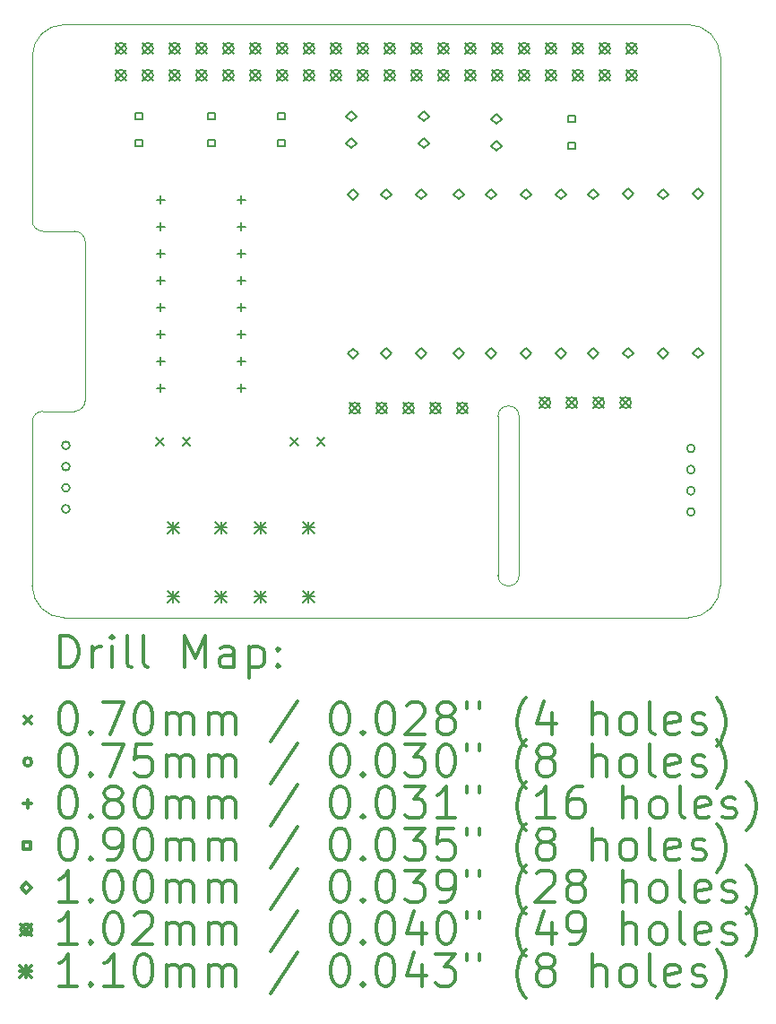
<source format=gbr>
%FSLAX45Y45*%
G04 Gerber Fmt 4.5, Leading zero omitted, Abs format (unit mm)*
G04 Created by KiCad (PCBNEW 4.0.6) date Friday 09 June 2017 11:09:43*
%MOMM*%
%LPD*%
G01*
G04 APERTURE LIST*
%ADD10C,0.127000*%
%ADD11C,0.100000*%
%ADD12C,0.200000*%
%ADD13C,0.300000*%
G04 APERTURE END LIST*
D10*
D11*
X9292590Y-3091180D02*
X9292590Y-8092440D01*
X2794000Y-3096260D02*
X2794000Y-4645660D01*
X9294000Y-3093200D02*
G75*
G03X8994000Y-2793200I-300000J0D01*
G01*
X3094000Y-2793200D02*
X8994000Y-2793200D01*
X3094000Y-2793200D02*
G75*
G03X2794000Y-3093200I0J-300000D01*
G01*
X7394000Y-7993200D02*
G75*
G02X7194000Y-7993200I-100000J0D01*
G01*
X7394000Y-6493200D02*
G75*
G03X7194000Y-6493200I-100000J0D01*
G01*
X7394000Y-6493200D02*
X7394000Y-7993200D01*
X7194000Y-6493200D02*
X7194000Y-7993200D01*
X2894000Y-6443200D02*
G75*
G03X2794000Y-6543200I0J-100000D01*
G01*
X3194000Y-6443200D02*
G75*
G03X3294000Y-6343200I0J100000D01*
G01*
X3294000Y-4843200D02*
G75*
G03X3194000Y-4743200I-100000J0D01*
G01*
X2794000Y-4643200D02*
G75*
G03X2894000Y-4743200I100000J0D01*
G01*
X8994000Y-8393200D02*
G75*
G03X9294000Y-8093200I0J300000D01*
G01*
X2794000Y-8093200D02*
G75*
G03X3094000Y-8393200I300000J0D01*
G01*
X2794000Y-6543200D02*
X2794000Y-8093200D01*
X2894000Y-6443200D02*
X3194000Y-6443200D01*
X2894000Y-4743200D02*
X3194000Y-4743200D01*
X3294000Y-4843200D02*
X3294000Y-6343200D01*
X3094000Y-8393200D02*
X8994000Y-8393200D01*
D12*
X3965500Y-6696000D02*
X4035500Y-6766000D01*
X4035500Y-6696000D02*
X3965500Y-6766000D01*
X4215500Y-6696000D02*
X4285500Y-6766000D01*
X4285500Y-6696000D02*
X4215500Y-6766000D01*
X5235500Y-6696000D02*
X5305500Y-6766000D01*
X5305500Y-6696000D02*
X5235500Y-6766000D01*
X5485500Y-6696000D02*
X5555500Y-6766000D01*
X5555500Y-6696000D02*
X5485500Y-6766000D01*
X3149000Y-6766000D02*
G75*
G03X3149000Y-6766000I-37500J0D01*
G01*
X3149000Y-6966000D02*
G75*
G03X3149000Y-6966000I-37500J0D01*
G01*
X3149000Y-7166000D02*
G75*
G03X3149000Y-7166000I-37500J0D01*
G01*
X3149000Y-7366000D02*
G75*
G03X3149000Y-7366000I-37500J0D01*
G01*
X9054500Y-6794500D02*
G75*
G03X9054500Y-6794500I-37500J0D01*
G01*
X9054500Y-6994500D02*
G75*
G03X9054500Y-6994500I-37500J0D01*
G01*
X9054500Y-7194500D02*
G75*
G03X9054500Y-7194500I-37500J0D01*
G01*
X9054500Y-7394500D02*
G75*
G03X9054500Y-7394500I-37500J0D01*
G01*
X4006850Y-4405000D02*
X4006850Y-4485000D01*
X3966850Y-4445000D02*
X4046850Y-4445000D01*
X4006850Y-4659000D02*
X4006850Y-4739000D01*
X3966850Y-4699000D02*
X4046850Y-4699000D01*
X4006850Y-4913000D02*
X4006850Y-4993000D01*
X3966850Y-4953000D02*
X4046850Y-4953000D01*
X4006850Y-5167000D02*
X4006850Y-5247000D01*
X3966850Y-5207000D02*
X4046850Y-5207000D01*
X4006850Y-5421000D02*
X4006850Y-5501000D01*
X3966850Y-5461000D02*
X4046850Y-5461000D01*
X4006850Y-5675000D02*
X4006850Y-5755000D01*
X3966850Y-5715000D02*
X4046850Y-5715000D01*
X4006850Y-5929000D02*
X4006850Y-6009000D01*
X3966850Y-5969000D02*
X4046850Y-5969000D01*
X4006850Y-6183000D02*
X4006850Y-6263000D01*
X3966850Y-6223000D02*
X4046850Y-6223000D01*
X4768850Y-4405000D02*
X4768850Y-4485000D01*
X4728850Y-4445000D02*
X4808850Y-4445000D01*
X4768850Y-4659000D02*
X4768850Y-4739000D01*
X4728850Y-4699000D02*
X4808850Y-4699000D01*
X4768850Y-4913000D02*
X4768850Y-4993000D01*
X4728850Y-4953000D02*
X4808850Y-4953000D01*
X4768850Y-5167000D02*
X4768850Y-5247000D01*
X4728850Y-5207000D02*
X4808850Y-5207000D01*
X4768850Y-5421000D02*
X4768850Y-5501000D01*
X4728850Y-5461000D02*
X4808850Y-5461000D01*
X4768850Y-5675000D02*
X4768850Y-5755000D01*
X4728850Y-5715000D02*
X4808850Y-5715000D01*
X4768850Y-5929000D02*
X4768850Y-6009000D01*
X4728850Y-5969000D02*
X4808850Y-5969000D01*
X4768850Y-6183000D02*
X4768850Y-6263000D01*
X4728850Y-6223000D02*
X4808850Y-6223000D01*
X3835470Y-3689420D02*
X3835470Y-3625780D01*
X3771830Y-3625780D01*
X3771830Y-3689420D01*
X3835470Y-3689420D01*
X3835470Y-3943420D02*
X3835470Y-3879780D01*
X3771830Y-3879780D01*
X3771830Y-3943420D01*
X3835470Y-3943420D01*
X4521270Y-3689420D02*
X4521270Y-3625780D01*
X4457630Y-3625780D01*
X4457630Y-3689420D01*
X4521270Y-3689420D01*
X4521270Y-3943420D02*
X4521270Y-3879780D01*
X4457630Y-3879780D01*
X4457630Y-3943420D01*
X4521270Y-3943420D01*
X5181670Y-3689420D02*
X5181670Y-3625780D01*
X5118030Y-3625780D01*
X5118030Y-3689420D01*
X5181670Y-3689420D01*
X5181670Y-3943420D02*
X5181670Y-3879780D01*
X5118030Y-3879780D01*
X5118030Y-3943420D01*
X5181670Y-3943420D01*
X7924870Y-3714820D02*
X7924870Y-3651180D01*
X7861230Y-3651180D01*
X7861230Y-3714820D01*
X7924870Y-3714820D01*
X7924870Y-3968820D02*
X7924870Y-3905180D01*
X7861230Y-3905180D01*
X7861230Y-3968820D01*
X7924870Y-3968820D01*
X5810250Y-3707638D02*
X5860288Y-3657600D01*
X5810250Y-3607562D01*
X5760212Y-3657600D01*
X5810250Y-3707638D01*
X5810250Y-3961638D02*
X5860288Y-3911600D01*
X5810250Y-3861562D01*
X5760212Y-3911600D01*
X5810250Y-3961638D01*
X5822950Y-4450588D02*
X5872988Y-4400550D01*
X5822950Y-4350512D01*
X5772912Y-4400550D01*
X5822950Y-4450588D01*
X5822950Y-5950588D02*
X5872988Y-5900550D01*
X5822950Y-5850512D01*
X5772912Y-5900550D01*
X5822950Y-5950588D01*
X6140450Y-4444238D02*
X6190488Y-4394200D01*
X6140450Y-4344162D01*
X6090412Y-4394200D01*
X6140450Y-4444238D01*
X6140450Y-5944238D02*
X6190488Y-5894200D01*
X6140450Y-5844162D01*
X6090412Y-5894200D01*
X6140450Y-5944238D01*
X6470650Y-4444238D02*
X6520688Y-4394200D01*
X6470650Y-4344162D01*
X6420612Y-4394200D01*
X6470650Y-4444238D01*
X6470650Y-5944238D02*
X6520688Y-5894200D01*
X6470650Y-5844162D01*
X6420612Y-5894200D01*
X6470650Y-5944238D01*
X6496050Y-3707638D02*
X6546088Y-3657600D01*
X6496050Y-3607562D01*
X6446012Y-3657600D01*
X6496050Y-3707638D01*
X6496050Y-3961638D02*
X6546088Y-3911600D01*
X6496050Y-3861562D01*
X6446012Y-3911600D01*
X6496050Y-3961638D01*
X6826250Y-4444238D02*
X6876288Y-4394200D01*
X6826250Y-4344162D01*
X6776212Y-4394200D01*
X6826250Y-4444238D01*
X6826250Y-5944238D02*
X6876288Y-5894200D01*
X6826250Y-5844162D01*
X6776212Y-5894200D01*
X6826250Y-5944238D01*
X7131050Y-4444238D02*
X7181088Y-4394200D01*
X7131050Y-4344162D01*
X7081012Y-4394200D01*
X7131050Y-4444238D01*
X7131050Y-5944238D02*
X7181088Y-5894200D01*
X7131050Y-5844162D01*
X7081012Y-5894200D01*
X7131050Y-5944238D01*
X7181850Y-3733038D02*
X7231888Y-3683000D01*
X7181850Y-3632962D01*
X7131812Y-3683000D01*
X7181850Y-3733038D01*
X7181850Y-3987038D02*
X7231888Y-3937000D01*
X7181850Y-3886962D01*
X7131812Y-3937000D01*
X7181850Y-3987038D01*
X7461250Y-4444238D02*
X7511288Y-4394200D01*
X7461250Y-4344162D01*
X7411212Y-4394200D01*
X7461250Y-4444238D01*
X7461250Y-5944238D02*
X7511288Y-5894200D01*
X7461250Y-5844162D01*
X7411212Y-5894200D01*
X7461250Y-5944238D01*
X7791450Y-4444238D02*
X7841488Y-4394200D01*
X7791450Y-4344162D01*
X7741412Y-4394200D01*
X7791450Y-4444238D01*
X7791450Y-5944238D02*
X7841488Y-5894200D01*
X7791450Y-5844162D01*
X7741412Y-5894200D01*
X7791450Y-5944238D01*
X8096250Y-4444238D02*
X8146288Y-4394200D01*
X8096250Y-4344162D01*
X8046212Y-4394200D01*
X8096250Y-4444238D01*
X8096250Y-5944238D02*
X8146288Y-5894200D01*
X8096250Y-5844162D01*
X8046212Y-5894200D01*
X8096250Y-5944238D01*
X8426450Y-4442838D02*
X8476488Y-4392800D01*
X8426450Y-4342762D01*
X8376412Y-4392800D01*
X8426450Y-4442838D01*
X8426450Y-5942838D02*
X8476488Y-5892800D01*
X8426450Y-5842762D01*
X8376412Y-5892800D01*
X8426450Y-5942838D01*
X8756650Y-4444238D02*
X8806688Y-4394200D01*
X8756650Y-4344162D01*
X8706612Y-4394200D01*
X8756650Y-4444238D01*
X8756650Y-5944238D02*
X8806688Y-5894200D01*
X8756650Y-5844162D01*
X8706612Y-5894200D01*
X8756650Y-5944238D01*
X9086850Y-4442838D02*
X9136888Y-4392800D01*
X9086850Y-4342762D01*
X9036812Y-4392800D01*
X9086850Y-4442838D01*
X9086850Y-5942838D02*
X9136888Y-5892800D01*
X9086850Y-5842762D01*
X9036812Y-5892800D01*
X9086850Y-5942838D01*
X3580200Y-2965400D02*
X3681800Y-3067000D01*
X3681800Y-2965400D02*
X3580200Y-3067000D01*
X3681800Y-3016200D02*
G75*
G03X3681800Y-3016200I-50800J0D01*
G01*
X3580200Y-3219400D02*
X3681800Y-3321000D01*
X3681800Y-3219400D02*
X3580200Y-3321000D01*
X3681800Y-3270200D02*
G75*
G03X3681800Y-3270200I-50800J0D01*
G01*
X3834200Y-2965400D02*
X3935800Y-3067000D01*
X3935800Y-2965400D02*
X3834200Y-3067000D01*
X3935800Y-3016200D02*
G75*
G03X3935800Y-3016200I-50800J0D01*
G01*
X3834200Y-3219400D02*
X3935800Y-3321000D01*
X3935800Y-3219400D02*
X3834200Y-3321000D01*
X3935800Y-3270200D02*
G75*
G03X3935800Y-3270200I-50800J0D01*
G01*
X4088200Y-2965400D02*
X4189800Y-3067000D01*
X4189800Y-2965400D02*
X4088200Y-3067000D01*
X4189800Y-3016200D02*
G75*
G03X4189800Y-3016200I-50800J0D01*
G01*
X4088200Y-3219400D02*
X4189800Y-3321000D01*
X4189800Y-3219400D02*
X4088200Y-3321000D01*
X4189800Y-3270200D02*
G75*
G03X4189800Y-3270200I-50800J0D01*
G01*
X4342200Y-2965400D02*
X4443800Y-3067000D01*
X4443800Y-2965400D02*
X4342200Y-3067000D01*
X4443800Y-3016200D02*
G75*
G03X4443800Y-3016200I-50800J0D01*
G01*
X4342200Y-3219400D02*
X4443800Y-3321000D01*
X4443800Y-3219400D02*
X4342200Y-3321000D01*
X4443800Y-3270200D02*
G75*
G03X4443800Y-3270200I-50800J0D01*
G01*
X4596200Y-2965400D02*
X4697800Y-3067000D01*
X4697800Y-2965400D02*
X4596200Y-3067000D01*
X4697800Y-3016200D02*
G75*
G03X4697800Y-3016200I-50800J0D01*
G01*
X4596200Y-3219400D02*
X4697800Y-3321000D01*
X4697800Y-3219400D02*
X4596200Y-3321000D01*
X4697800Y-3270200D02*
G75*
G03X4697800Y-3270200I-50800J0D01*
G01*
X4850200Y-2965400D02*
X4951800Y-3067000D01*
X4951800Y-2965400D02*
X4850200Y-3067000D01*
X4951800Y-3016200D02*
G75*
G03X4951800Y-3016200I-50800J0D01*
G01*
X4850200Y-3219400D02*
X4951800Y-3321000D01*
X4951800Y-3219400D02*
X4850200Y-3321000D01*
X4951800Y-3270200D02*
G75*
G03X4951800Y-3270200I-50800J0D01*
G01*
X5104200Y-2965400D02*
X5205800Y-3067000D01*
X5205800Y-2965400D02*
X5104200Y-3067000D01*
X5205800Y-3016200D02*
G75*
G03X5205800Y-3016200I-50800J0D01*
G01*
X5104200Y-3219400D02*
X5205800Y-3321000D01*
X5205800Y-3219400D02*
X5104200Y-3321000D01*
X5205800Y-3270200D02*
G75*
G03X5205800Y-3270200I-50800J0D01*
G01*
X5358200Y-2965400D02*
X5459800Y-3067000D01*
X5459800Y-2965400D02*
X5358200Y-3067000D01*
X5459800Y-3016200D02*
G75*
G03X5459800Y-3016200I-50800J0D01*
G01*
X5358200Y-3219400D02*
X5459800Y-3321000D01*
X5459800Y-3219400D02*
X5358200Y-3321000D01*
X5459800Y-3270200D02*
G75*
G03X5459800Y-3270200I-50800J0D01*
G01*
X5612200Y-2965400D02*
X5713800Y-3067000D01*
X5713800Y-2965400D02*
X5612200Y-3067000D01*
X5713800Y-3016200D02*
G75*
G03X5713800Y-3016200I-50800J0D01*
G01*
X5612200Y-3219400D02*
X5713800Y-3321000D01*
X5713800Y-3219400D02*
X5612200Y-3321000D01*
X5713800Y-3270200D02*
G75*
G03X5713800Y-3270200I-50800J0D01*
G01*
X5791200Y-6362700D02*
X5892800Y-6464300D01*
X5892800Y-6362700D02*
X5791200Y-6464300D01*
X5892800Y-6413500D02*
G75*
G03X5892800Y-6413500I-50800J0D01*
G01*
X5866200Y-2965400D02*
X5967800Y-3067000D01*
X5967800Y-2965400D02*
X5866200Y-3067000D01*
X5967800Y-3016200D02*
G75*
G03X5967800Y-3016200I-50800J0D01*
G01*
X5866200Y-3219400D02*
X5967800Y-3321000D01*
X5967800Y-3219400D02*
X5866200Y-3321000D01*
X5967800Y-3270200D02*
G75*
G03X5967800Y-3270200I-50800J0D01*
G01*
X6045200Y-6362700D02*
X6146800Y-6464300D01*
X6146800Y-6362700D02*
X6045200Y-6464300D01*
X6146800Y-6413500D02*
G75*
G03X6146800Y-6413500I-50800J0D01*
G01*
X6120200Y-2965400D02*
X6221800Y-3067000D01*
X6221800Y-2965400D02*
X6120200Y-3067000D01*
X6221800Y-3016200D02*
G75*
G03X6221800Y-3016200I-50800J0D01*
G01*
X6120200Y-3219400D02*
X6221800Y-3321000D01*
X6221800Y-3219400D02*
X6120200Y-3321000D01*
X6221800Y-3270200D02*
G75*
G03X6221800Y-3270200I-50800J0D01*
G01*
X6299200Y-6362700D02*
X6400800Y-6464300D01*
X6400800Y-6362700D02*
X6299200Y-6464300D01*
X6400800Y-6413500D02*
G75*
G03X6400800Y-6413500I-50800J0D01*
G01*
X6374200Y-2965400D02*
X6475800Y-3067000D01*
X6475800Y-2965400D02*
X6374200Y-3067000D01*
X6475800Y-3016200D02*
G75*
G03X6475800Y-3016200I-50800J0D01*
G01*
X6374200Y-3219400D02*
X6475800Y-3321000D01*
X6475800Y-3219400D02*
X6374200Y-3321000D01*
X6475800Y-3270200D02*
G75*
G03X6475800Y-3270200I-50800J0D01*
G01*
X6553200Y-6362700D02*
X6654800Y-6464300D01*
X6654800Y-6362700D02*
X6553200Y-6464300D01*
X6654800Y-6413500D02*
G75*
G03X6654800Y-6413500I-50800J0D01*
G01*
X6628200Y-2965400D02*
X6729800Y-3067000D01*
X6729800Y-2965400D02*
X6628200Y-3067000D01*
X6729800Y-3016200D02*
G75*
G03X6729800Y-3016200I-50800J0D01*
G01*
X6628200Y-3219400D02*
X6729800Y-3321000D01*
X6729800Y-3219400D02*
X6628200Y-3321000D01*
X6729800Y-3270200D02*
G75*
G03X6729800Y-3270200I-50800J0D01*
G01*
X6807200Y-6362700D02*
X6908800Y-6464300D01*
X6908800Y-6362700D02*
X6807200Y-6464300D01*
X6908800Y-6413500D02*
G75*
G03X6908800Y-6413500I-50800J0D01*
G01*
X6882200Y-2965400D02*
X6983800Y-3067000D01*
X6983800Y-2965400D02*
X6882200Y-3067000D01*
X6983800Y-3016200D02*
G75*
G03X6983800Y-3016200I-50800J0D01*
G01*
X6882200Y-3219400D02*
X6983800Y-3321000D01*
X6983800Y-3219400D02*
X6882200Y-3321000D01*
X6983800Y-3270200D02*
G75*
G03X6983800Y-3270200I-50800J0D01*
G01*
X7136200Y-2965400D02*
X7237800Y-3067000D01*
X7237800Y-2965400D02*
X7136200Y-3067000D01*
X7237800Y-3016200D02*
G75*
G03X7237800Y-3016200I-50800J0D01*
G01*
X7136200Y-3219400D02*
X7237800Y-3321000D01*
X7237800Y-3219400D02*
X7136200Y-3321000D01*
X7237800Y-3270200D02*
G75*
G03X7237800Y-3270200I-50800J0D01*
G01*
X7390200Y-2965400D02*
X7491800Y-3067000D01*
X7491800Y-2965400D02*
X7390200Y-3067000D01*
X7491800Y-3016200D02*
G75*
G03X7491800Y-3016200I-50800J0D01*
G01*
X7390200Y-3219400D02*
X7491800Y-3321000D01*
X7491800Y-3219400D02*
X7390200Y-3321000D01*
X7491800Y-3270200D02*
G75*
G03X7491800Y-3270200I-50800J0D01*
G01*
X7588250Y-6311900D02*
X7689850Y-6413500D01*
X7689850Y-6311900D02*
X7588250Y-6413500D01*
X7689850Y-6362700D02*
G75*
G03X7689850Y-6362700I-50800J0D01*
G01*
X7644200Y-2965400D02*
X7745800Y-3067000D01*
X7745800Y-2965400D02*
X7644200Y-3067000D01*
X7745800Y-3016200D02*
G75*
G03X7745800Y-3016200I-50800J0D01*
G01*
X7644200Y-3219400D02*
X7745800Y-3321000D01*
X7745800Y-3219400D02*
X7644200Y-3321000D01*
X7745800Y-3270200D02*
G75*
G03X7745800Y-3270200I-50800J0D01*
G01*
X7842250Y-6311900D02*
X7943850Y-6413500D01*
X7943850Y-6311900D02*
X7842250Y-6413500D01*
X7943850Y-6362700D02*
G75*
G03X7943850Y-6362700I-50800J0D01*
G01*
X7898200Y-2965400D02*
X7999800Y-3067000D01*
X7999800Y-2965400D02*
X7898200Y-3067000D01*
X7999800Y-3016200D02*
G75*
G03X7999800Y-3016200I-50800J0D01*
G01*
X7898200Y-3219400D02*
X7999800Y-3321000D01*
X7999800Y-3219400D02*
X7898200Y-3321000D01*
X7999800Y-3270200D02*
G75*
G03X7999800Y-3270200I-50800J0D01*
G01*
X8096250Y-6311900D02*
X8197850Y-6413500D01*
X8197850Y-6311900D02*
X8096250Y-6413500D01*
X8197850Y-6362700D02*
G75*
G03X8197850Y-6362700I-50800J0D01*
G01*
X8152200Y-2965400D02*
X8253800Y-3067000D01*
X8253800Y-2965400D02*
X8152200Y-3067000D01*
X8253800Y-3016200D02*
G75*
G03X8253800Y-3016200I-50800J0D01*
G01*
X8152200Y-3219400D02*
X8253800Y-3321000D01*
X8253800Y-3219400D02*
X8152200Y-3321000D01*
X8253800Y-3270200D02*
G75*
G03X8253800Y-3270200I-50800J0D01*
G01*
X8350250Y-6311900D02*
X8451850Y-6413500D01*
X8451850Y-6311900D02*
X8350250Y-6413500D01*
X8451850Y-6362700D02*
G75*
G03X8451850Y-6362700I-50800J0D01*
G01*
X8406200Y-2965400D02*
X8507800Y-3067000D01*
X8507800Y-2965400D02*
X8406200Y-3067000D01*
X8507800Y-3016200D02*
G75*
G03X8507800Y-3016200I-50800J0D01*
G01*
X8406200Y-3219400D02*
X8507800Y-3321000D01*
X8507800Y-3219400D02*
X8406200Y-3321000D01*
X8507800Y-3270200D02*
G75*
G03X8507800Y-3270200I-50800J0D01*
G01*
X4072500Y-7486500D02*
X4182500Y-7596500D01*
X4182500Y-7486500D02*
X4072500Y-7596500D01*
X4127500Y-7486500D02*
X4127500Y-7596500D01*
X4072500Y-7541500D02*
X4182500Y-7541500D01*
X4072500Y-8136500D02*
X4182500Y-8246500D01*
X4182500Y-8136500D02*
X4072500Y-8246500D01*
X4127500Y-8136500D02*
X4127500Y-8246500D01*
X4072500Y-8191500D02*
X4182500Y-8191500D01*
X4522500Y-7486500D02*
X4632500Y-7596500D01*
X4632500Y-7486500D02*
X4522500Y-7596500D01*
X4577500Y-7486500D02*
X4577500Y-7596500D01*
X4522500Y-7541500D02*
X4632500Y-7541500D01*
X4522500Y-8136500D02*
X4632500Y-8246500D01*
X4632500Y-8136500D02*
X4522500Y-8246500D01*
X4577500Y-8136500D02*
X4577500Y-8246500D01*
X4522500Y-8191500D02*
X4632500Y-8191500D01*
X4898000Y-7486500D02*
X5008000Y-7596500D01*
X5008000Y-7486500D02*
X4898000Y-7596500D01*
X4953000Y-7486500D02*
X4953000Y-7596500D01*
X4898000Y-7541500D02*
X5008000Y-7541500D01*
X4898000Y-8136500D02*
X5008000Y-8246500D01*
X5008000Y-8136500D02*
X4898000Y-8246500D01*
X4953000Y-8136500D02*
X4953000Y-8246500D01*
X4898000Y-8191500D02*
X5008000Y-8191500D01*
X5348000Y-7486500D02*
X5458000Y-7596500D01*
X5458000Y-7486500D02*
X5348000Y-7596500D01*
X5403000Y-7486500D02*
X5403000Y-7596500D01*
X5348000Y-7541500D02*
X5458000Y-7541500D01*
X5348000Y-8136500D02*
X5458000Y-8246500D01*
X5458000Y-8136500D02*
X5348000Y-8246500D01*
X5403000Y-8136500D02*
X5403000Y-8246500D01*
X5348000Y-8191500D02*
X5458000Y-8191500D01*
D13*
X3060428Y-8863914D02*
X3060428Y-8563914D01*
X3131857Y-8563914D01*
X3174714Y-8578200D01*
X3203286Y-8606772D01*
X3217571Y-8635343D01*
X3231857Y-8692486D01*
X3231857Y-8735343D01*
X3217571Y-8792486D01*
X3203286Y-8821057D01*
X3174714Y-8849629D01*
X3131857Y-8863914D01*
X3060428Y-8863914D01*
X3360428Y-8863914D02*
X3360428Y-8663914D01*
X3360428Y-8721057D02*
X3374714Y-8692486D01*
X3389000Y-8678200D01*
X3417571Y-8663914D01*
X3446143Y-8663914D01*
X3546143Y-8863914D02*
X3546143Y-8663914D01*
X3546143Y-8563914D02*
X3531857Y-8578200D01*
X3546143Y-8592486D01*
X3560428Y-8578200D01*
X3546143Y-8563914D01*
X3546143Y-8592486D01*
X3731857Y-8863914D02*
X3703286Y-8849629D01*
X3689000Y-8821057D01*
X3689000Y-8563914D01*
X3889000Y-8863914D02*
X3860428Y-8849629D01*
X3846143Y-8821057D01*
X3846143Y-8563914D01*
X4231857Y-8863914D02*
X4231857Y-8563914D01*
X4331857Y-8778200D01*
X4431857Y-8563914D01*
X4431857Y-8863914D01*
X4703286Y-8863914D02*
X4703286Y-8706772D01*
X4689000Y-8678200D01*
X4660429Y-8663914D01*
X4603286Y-8663914D01*
X4574714Y-8678200D01*
X4703286Y-8849629D02*
X4674714Y-8863914D01*
X4603286Y-8863914D01*
X4574714Y-8849629D01*
X4560429Y-8821057D01*
X4560429Y-8792486D01*
X4574714Y-8763914D01*
X4603286Y-8749629D01*
X4674714Y-8749629D01*
X4703286Y-8735343D01*
X4846143Y-8663914D02*
X4846143Y-8963914D01*
X4846143Y-8678200D02*
X4874714Y-8663914D01*
X4931857Y-8663914D01*
X4960429Y-8678200D01*
X4974714Y-8692486D01*
X4989000Y-8721057D01*
X4989000Y-8806772D01*
X4974714Y-8835343D01*
X4960429Y-8849629D01*
X4931857Y-8863914D01*
X4874714Y-8863914D01*
X4846143Y-8849629D01*
X5117571Y-8835343D02*
X5131857Y-8849629D01*
X5117571Y-8863914D01*
X5103286Y-8849629D01*
X5117571Y-8835343D01*
X5117571Y-8863914D01*
X5117571Y-8678200D02*
X5131857Y-8692486D01*
X5117571Y-8706772D01*
X5103286Y-8692486D01*
X5117571Y-8678200D01*
X5117571Y-8706772D01*
X2719000Y-9323200D02*
X2789000Y-9393200D01*
X2789000Y-9323200D02*
X2719000Y-9393200D01*
X3117571Y-9193914D02*
X3146143Y-9193914D01*
X3174714Y-9208200D01*
X3189000Y-9222486D01*
X3203286Y-9251057D01*
X3217571Y-9308200D01*
X3217571Y-9379629D01*
X3203286Y-9436772D01*
X3189000Y-9465343D01*
X3174714Y-9479629D01*
X3146143Y-9493914D01*
X3117571Y-9493914D01*
X3089000Y-9479629D01*
X3074714Y-9465343D01*
X3060428Y-9436772D01*
X3046143Y-9379629D01*
X3046143Y-9308200D01*
X3060428Y-9251057D01*
X3074714Y-9222486D01*
X3089000Y-9208200D01*
X3117571Y-9193914D01*
X3346143Y-9465343D02*
X3360428Y-9479629D01*
X3346143Y-9493914D01*
X3331857Y-9479629D01*
X3346143Y-9465343D01*
X3346143Y-9493914D01*
X3460428Y-9193914D02*
X3660428Y-9193914D01*
X3531857Y-9493914D01*
X3831857Y-9193914D02*
X3860428Y-9193914D01*
X3889000Y-9208200D01*
X3903286Y-9222486D01*
X3917571Y-9251057D01*
X3931857Y-9308200D01*
X3931857Y-9379629D01*
X3917571Y-9436772D01*
X3903286Y-9465343D01*
X3889000Y-9479629D01*
X3860428Y-9493914D01*
X3831857Y-9493914D01*
X3803286Y-9479629D01*
X3789000Y-9465343D01*
X3774714Y-9436772D01*
X3760428Y-9379629D01*
X3760428Y-9308200D01*
X3774714Y-9251057D01*
X3789000Y-9222486D01*
X3803286Y-9208200D01*
X3831857Y-9193914D01*
X4060428Y-9493914D02*
X4060428Y-9293914D01*
X4060428Y-9322486D02*
X4074714Y-9308200D01*
X4103286Y-9293914D01*
X4146143Y-9293914D01*
X4174714Y-9308200D01*
X4189000Y-9336772D01*
X4189000Y-9493914D01*
X4189000Y-9336772D02*
X4203286Y-9308200D01*
X4231857Y-9293914D01*
X4274714Y-9293914D01*
X4303286Y-9308200D01*
X4317571Y-9336772D01*
X4317571Y-9493914D01*
X4460429Y-9493914D02*
X4460429Y-9293914D01*
X4460429Y-9322486D02*
X4474714Y-9308200D01*
X4503286Y-9293914D01*
X4546143Y-9293914D01*
X4574714Y-9308200D01*
X4589000Y-9336772D01*
X4589000Y-9493914D01*
X4589000Y-9336772D02*
X4603286Y-9308200D01*
X4631857Y-9293914D01*
X4674714Y-9293914D01*
X4703286Y-9308200D01*
X4717571Y-9336772D01*
X4717571Y-9493914D01*
X5303286Y-9179629D02*
X5046143Y-9565343D01*
X5689000Y-9193914D02*
X5717571Y-9193914D01*
X5746143Y-9208200D01*
X5760428Y-9222486D01*
X5774714Y-9251057D01*
X5789000Y-9308200D01*
X5789000Y-9379629D01*
X5774714Y-9436772D01*
X5760428Y-9465343D01*
X5746143Y-9479629D01*
X5717571Y-9493914D01*
X5689000Y-9493914D01*
X5660428Y-9479629D01*
X5646143Y-9465343D01*
X5631857Y-9436772D01*
X5617571Y-9379629D01*
X5617571Y-9308200D01*
X5631857Y-9251057D01*
X5646143Y-9222486D01*
X5660428Y-9208200D01*
X5689000Y-9193914D01*
X5917571Y-9465343D02*
X5931857Y-9479629D01*
X5917571Y-9493914D01*
X5903286Y-9479629D01*
X5917571Y-9465343D01*
X5917571Y-9493914D01*
X6117571Y-9193914D02*
X6146143Y-9193914D01*
X6174714Y-9208200D01*
X6189000Y-9222486D01*
X6203285Y-9251057D01*
X6217571Y-9308200D01*
X6217571Y-9379629D01*
X6203285Y-9436772D01*
X6189000Y-9465343D01*
X6174714Y-9479629D01*
X6146143Y-9493914D01*
X6117571Y-9493914D01*
X6089000Y-9479629D01*
X6074714Y-9465343D01*
X6060428Y-9436772D01*
X6046143Y-9379629D01*
X6046143Y-9308200D01*
X6060428Y-9251057D01*
X6074714Y-9222486D01*
X6089000Y-9208200D01*
X6117571Y-9193914D01*
X6331857Y-9222486D02*
X6346143Y-9208200D01*
X6374714Y-9193914D01*
X6446143Y-9193914D01*
X6474714Y-9208200D01*
X6489000Y-9222486D01*
X6503285Y-9251057D01*
X6503285Y-9279629D01*
X6489000Y-9322486D01*
X6317571Y-9493914D01*
X6503285Y-9493914D01*
X6674714Y-9322486D02*
X6646143Y-9308200D01*
X6631857Y-9293914D01*
X6617571Y-9265343D01*
X6617571Y-9251057D01*
X6631857Y-9222486D01*
X6646143Y-9208200D01*
X6674714Y-9193914D01*
X6731857Y-9193914D01*
X6760428Y-9208200D01*
X6774714Y-9222486D01*
X6789000Y-9251057D01*
X6789000Y-9265343D01*
X6774714Y-9293914D01*
X6760428Y-9308200D01*
X6731857Y-9322486D01*
X6674714Y-9322486D01*
X6646143Y-9336772D01*
X6631857Y-9351057D01*
X6617571Y-9379629D01*
X6617571Y-9436772D01*
X6631857Y-9465343D01*
X6646143Y-9479629D01*
X6674714Y-9493914D01*
X6731857Y-9493914D01*
X6760428Y-9479629D01*
X6774714Y-9465343D01*
X6789000Y-9436772D01*
X6789000Y-9379629D01*
X6774714Y-9351057D01*
X6760428Y-9336772D01*
X6731857Y-9322486D01*
X6903286Y-9193914D02*
X6903286Y-9251057D01*
X7017571Y-9193914D02*
X7017571Y-9251057D01*
X7460428Y-9608200D02*
X7446143Y-9593914D01*
X7417571Y-9551057D01*
X7403285Y-9522486D01*
X7389000Y-9479629D01*
X7374714Y-9408200D01*
X7374714Y-9351057D01*
X7389000Y-9279629D01*
X7403285Y-9236772D01*
X7417571Y-9208200D01*
X7446143Y-9165343D01*
X7460428Y-9151057D01*
X7703285Y-9293914D02*
X7703285Y-9493914D01*
X7631857Y-9179629D02*
X7560428Y-9393914D01*
X7746143Y-9393914D01*
X8089000Y-9493914D02*
X8089000Y-9193914D01*
X8217571Y-9493914D02*
X8217571Y-9336772D01*
X8203285Y-9308200D01*
X8174714Y-9293914D01*
X8131857Y-9293914D01*
X8103285Y-9308200D01*
X8089000Y-9322486D01*
X8403286Y-9493914D02*
X8374714Y-9479629D01*
X8360428Y-9465343D01*
X8346143Y-9436772D01*
X8346143Y-9351057D01*
X8360428Y-9322486D01*
X8374714Y-9308200D01*
X8403286Y-9293914D01*
X8446143Y-9293914D01*
X8474714Y-9308200D01*
X8489000Y-9322486D01*
X8503286Y-9351057D01*
X8503286Y-9436772D01*
X8489000Y-9465343D01*
X8474714Y-9479629D01*
X8446143Y-9493914D01*
X8403286Y-9493914D01*
X8674714Y-9493914D02*
X8646143Y-9479629D01*
X8631857Y-9451057D01*
X8631857Y-9193914D01*
X8903286Y-9479629D02*
X8874714Y-9493914D01*
X8817571Y-9493914D01*
X8789000Y-9479629D01*
X8774714Y-9451057D01*
X8774714Y-9336772D01*
X8789000Y-9308200D01*
X8817571Y-9293914D01*
X8874714Y-9293914D01*
X8903286Y-9308200D01*
X8917571Y-9336772D01*
X8917571Y-9365343D01*
X8774714Y-9393914D01*
X9031857Y-9479629D02*
X9060429Y-9493914D01*
X9117571Y-9493914D01*
X9146143Y-9479629D01*
X9160429Y-9451057D01*
X9160429Y-9436772D01*
X9146143Y-9408200D01*
X9117571Y-9393914D01*
X9074714Y-9393914D01*
X9046143Y-9379629D01*
X9031857Y-9351057D01*
X9031857Y-9336772D01*
X9046143Y-9308200D01*
X9074714Y-9293914D01*
X9117571Y-9293914D01*
X9146143Y-9308200D01*
X9260428Y-9608200D02*
X9274714Y-9593914D01*
X9303286Y-9551057D01*
X9317571Y-9522486D01*
X9331857Y-9479629D01*
X9346143Y-9408200D01*
X9346143Y-9351057D01*
X9331857Y-9279629D01*
X9317571Y-9236772D01*
X9303286Y-9208200D01*
X9274714Y-9165343D01*
X9260428Y-9151057D01*
X2789000Y-9754200D02*
G75*
G03X2789000Y-9754200I-37500J0D01*
G01*
X3117571Y-9589914D02*
X3146143Y-9589914D01*
X3174714Y-9604200D01*
X3189000Y-9618486D01*
X3203286Y-9647057D01*
X3217571Y-9704200D01*
X3217571Y-9775629D01*
X3203286Y-9832772D01*
X3189000Y-9861343D01*
X3174714Y-9875629D01*
X3146143Y-9889914D01*
X3117571Y-9889914D01*
X3089000Y-9875629D01*
X3074714Y-9861343D01*
X3060428Y-9832772D01*
X3046143Y-9775629D01*
X3046143Y-9704200D01*
X3060428Y-9647057D01*
X3074714Y-9618486D01*
X3089000Y-9604200D01*
X3117571Y-9589914D01*
X3346143Y-9861343D02*
X3360428Y-9875629D01*
X3346143Y-9889914D01*
X3331857Y-9875629D01*
X3346143Y-9861343D01*
X3346143Y-9889914D01*
X3460428Y-9589914D02*
X3660428Y-9589914D01*
X3531857Y-9889914D01*
X3917571Y-9589914D02*
X3774714Y-9589914D01*
X3760428Y-9732772D01*
X3774714Y-9718486D01*
X3803286Y-9704200D01*
X3874714Y-9704200D01*
X3903286Y-9718486D01*
X3917571Y-9732772D01*
X3931857Y-9761343D01*
X3931857Y-9832772D01*
X3917571Y-9861343D01*
X3903286Y-9875629D01*
X3874714Y-9889914D01*
X3803286Y-9889914D01*
X3774714Y-9875629D01*
X3760428Y-9861343D01*
X4060428Y-9889914D02*
X4060428Y-9689914D01*
X4060428Y-9718486D02*
X4074714Y-9704200D01*
X4103286Y-9689914D01*
X4146143Y-9689914D01*
X4174714Y-9704200D01*
X4189000Y-9732772D01*
X4189000Y-9889914D01*
X4189000Y-9732772D02*
X4203286Y-9704200D01*
X4231857Y-9689914D01*
X4274714Y-9689914D01*
X4303286Y-9704200D01*
X4317571Y-9732772D01*
X4317571Y-9889914D01*
X4460429Y-9889914D02*
X4460429Y-9689914D01*
X4460429Y-9718486D02*
X4474714Y-9704200D01*
X4503286Y-9689914D01*
X4546143Y-9689914D01*
X4574714Y-9704200D01*
X4589000Y-9732772D01*
X4589000Y-9889914D01*
X4589000Y-9732772D02*
X4603286Y-9704200D01*
X4631857Y-9689914D01*
X4674714Y-9689914D01*
X4703286Y-9704200D01*
X4717571Y-9732772D01*
X4717571Y-9889914D01*
X5303286Y-9575629D02*
X5046143Y-9961343D01*
X5689000Y-9589914D02*
X5717571Y-9589914D01*
X5746143Y-9604200D01*
X5760428Y-9618486D01*
X5774714Y-9647057D01*
X5789000Y-9704200D01*
X5789000Y-9775629D01*
X5774714Y-9832772D01*
X5760428Y-9861343D01*
X5746143Y-9875629D01*
X5717571Y-9889914D01*
X5689000Y-9889914D01*
X5660428Y-9875629D01*
X5646143Y-9861343D01*
X5631857Y-9832772D01*
X5617571Y-9775629D01*
X5617571Y-9704200D01*
X5631857Y-9647057D01*
X5646143Y-9618486D01*
X5660428Y-9604200D01*
X5689000Y-9589914D01*
X5917571Y-9861343D02*
X5931857Y-9875629D01*
X5917571Y-9889914D01*
X5903286Y-9875629D01*
X5917571Y-9861343D01*
X5917571Y-9889914D01*
X6117571Y-9589914D02*
X6146143Y-9589914D01*
X6174714Y-9604200D01*
X6189000Y-9618486D01*
X6203285Y-9647057D01*
X6217571Y-9704200D01*
X6217571Y-9775629D01*
X6203285Y-9832772D01*
X6189000Y-9861343D01*
X6174714Y-9875629D01*
X6146143Y-9889914D01*
X6117571Y-9889914D01*
X6089000Y-9875629D01*
X6074714Y-9861343D01*
X6060428Y-9832772D01*
X6046143Y-9775629D01*
X6046143Y-9704200D01*
X6060428Y-9647057D01*
X6074714Y-9618486D01*
X6089000Y-9604200D01*
X6117571Y-9589914D01*
X6317571Y-9589914D02*
X6503285Y-9589914D01*
X6403285Y-9704200D01*
X6446143Y-9704200D01*
X6474714Y-9718486D01*
X6489000Y-9732772D01*
X6503285Y-9761343D01*
X6503285Y-9832772D01*
X6489000Y-9861343D01*
X6474714Y-9875629D01*
X6446143Y-9889914D01*
X6360428Y-9889914D01*
X6331857Y-9875629D01*
X6317571Y-9861343D01*
X6689000Y-9589914D02*
X6717571Y-9589914D01*
X6746143Y-9604200D01*
X6760428Y-9618486D01*
X6774714Y-9647057D01*
X6789000Y-9704200D01*
X6789000Y-9775629D01*
X6774714Y-9832772D01*
X6760428Y-9861343D01*
X6746143Y-9875629D01*
X6717571Y-9889914D01*
X6689000Y-9889914D01*
X6660428Y-9875629D01*
X6646143Y-9861343D01*
X6631857Y-9832772D01*
X6617571Y-9775629D01*
X6617571Y-9704200D01*
X6631857Y-9647057D01*
X6646143Y-9618486D01*
X6660428Y-9604200D01*
X6689000Y-9589914D01*
X6903286Y-9589914D02*
X6903286Y-9647057D01*
X7017571Y-9589914D02*
X7017571Y-9647057D01*
X7460428Y-10004200D02*
X7446143Y-9989914D01*
X7417571Y-9947057D01*
X7403285Y-9918486D01*
X7389000Y-9875629D01*
X7374714Y-9804200D01*
X7374714Y-9747057D01*
X7389000Y-9675629D01*
X7403285Y-9632772D01*
X7417571Y-9604200D01*
X7446143Y-9561343D01*
X7460428Y-9547057D01*
X7617571Y-9718486D02*
X7589000Y-9704200D01*
X7574714Y-9689914D01*
X7560428Y-9661343D01*
X7560428Y-9647057D01*
X7574714Y-9618486D01*
X7589000Y-9604200D01*
X7617571Y-9589914D01*
X7674714Y-9589914D01*
X7703285Y-9604200D01*
X7717571Y-9618486D01*
X7731857Y-9647057D01*
X7731857Y-9661343D01*
X7717571Y-9689914D01*
X7703285Y-9704200D01*
X7674714Y-9718486D01*
X7617571Y-9718486D01*
X7589000Y-9732772D01*
X7574714Y-9747057D01*
X7560428Y-9775629D01*
X7560428Y-9832772D01*
X7574714Y-9861343D01*
X7589000Y-9875629D01*
X7617571Y-9889914D01*
X7674714Y-9889914D01*
X7703285Y-9875629D01*
X7717571Y-9861343D01*
X7731857Y-9832772D01*
X7731857Y-9775629D01*
X7717571Y-9747057D01*
X7703285Y-9732772D01*
X7674714Y-9718486D01*
X8089000Y-9889914D02*
X8089000Y-9589914D01*
X8217571Y-9889914D02*
X8217571Y-9732772D01*
X8203285Y-9704200D01*
X8174714Y-9689914D01*
X8131857Y-9689914D01*
X8103285Y-9704200D01*
X8089000Y-9718486D01*
X8403286Y-9889914D02*
X8374714Y-9875629D01*
X8360428Y-9861343D01*
X8346143Y-9832772D01*
X8346143Y-9747057D01*
X8360428Y-9718486D01*
X8374714Y-9704200D01*
X8403286Y-9689914D01*
X8446143Y-9689914D01*
X8474714Y-9704200D01*
X8489000Y-9718486D01*
X8503286Y-9747057D01*
X8503286Y-9832772D01*
X8489000Y-9861343D01*
X8474714Y-9875629D01*
X8446143Y-9889914D01*
X8403286Y-9889914D01*
X8674714Y-9889914D02*
X8646143Y-9875629D01*
X8631857Y-9847057D01*
X8631857Y-9589914D01*
X8903286Y-9875629D02*
X8874714Y-9889914D01*
X8817571Y-9889914D01*
X8789000Y-9875629D01*
X8774714Y-9847057D01*
X8774714Y-9732772D01*
X8789000Y-9704200D01*
X8817571Y-9689914D01*
X8874714Y-9689914D01*
X8903286Y-9704200D01*
X8917571Y-9732772D01*
X8917571Y-9761343D01*
X8774714Y-9789914D01*
X9031857Y-9875629D02*
X9060429Y-9889914D01*
X9117571Y-9889914D01*
X9146143Y-9875629D01*
X9160429Y-9847057D01*
X9160429Y-9832772D01*
X9146143Y-9804200D01*
X9117571Y-9789914D01*
X9074714Y-9789914D01*
X9046143Y-9775629D01*
X9031857Y-9747057D01*
X9031857Y-9732772D01*
X9046143Y-9704200D01*
X9074714Y-9689914D01*
X9117571Y-9689914D01*
X9146143Y-9704200D01*
X9260428Y-10004200D02*
X9274714Y-9989914D01*
X9303286Y-9947057D01*
X9317571Y-9918486D01*
X9331857Y-9875629D01*
X9346143Y-9804200D01*
X9346143Y-9747057D01*
X9331857Y-9675629D01*
X9317571Y-9632772D01*
X9303286Y-9604200D01*
X9274714Y-9561343D01*
X9260428Y-9547057D01*
X2749000Y-10110200D02*
X2749000Y-10190200D01*
X2709000Y-10150200D02*
X2789000Y-10150200D01*
X3117571Y-9985914D02*
X3146143Y-9985914D01*
X3174714Y-10000200D01*
X3189000Y-10014486D01*
X3203286Y-10043057D01*
X3217571Y-10100200D01*
X3217571Y-10171629D01*
X3203286Y-10228772D01*
X3189000Y-10257343D01*
X3174714Y-10271629D01*
X3146143Y-10285914D01*
X3117571Y-10285914D01*
X3089000Y-10271629D01*
X3074714Y-10257343D01*
X3060428Y-10228772D01*
X3046143Y-10171629D01*
X3046143Y-10100200D01*
X3060428Y-10043057D01*
X3074714Y-10014486D01*
X3089000Y-10000200D01*
X3117571Y-9985914D01*
X3346143Y-10257343D02*
X3360428Y-10271629D01*
X3346143Y-10285914D01*
X3331857Y-10271629D01*
X3346143Y-10257343D01*
X3346143Y-10285914D01*
X3531857Y-10114486D02*
X3503286Y-10100200D01*
X3489000Y-10085914D01*
X3474714Y-10057343D01*
X3474714Y-10043057D01*
X3489000Y-10014486D01*
X3503286Y-10000200D01*
X3531857Y-9985914D01*
X3589000Y-9985914D01*
X3617571Y-10000200D01*
X3631857Y-10014486D01*
X3646143Y-10043057D01*
X3646143Y-10057343D01*
X3631857Y-10085914D01*
X3617571Y-10100200D01*
X3589000Y-10114486D01*
X3531857Y-10114486D01*
X3503286Y-10128772D01*
X3489000Y-10143057D01*
X3474714Y-10171629D01*
X3474714Y-10228772D01*
X3489000Y-10257343D01*
X3503286Y-10271629D01*
X3531857Y-10285914D01*
X3589000Y-10285914D01*
X3617571Y-10271629D01*
X3631857Y-10257343D01*
X3646143Y-10228772D01*
X3646143Y-10171629D01*
X3631857Y-10143057D01*
X3617571Y-10128772D01*
X3589000Y-10114486D01*
X3831857Y-9985914D02*
X3860428Y-9985914D01*
X3889000Y-10000200D01*
X3903286Y-10014486D01*
X3917571Y-10043057D01*
X3931857Y-10100200D01*
X3931857Y-10171629D01*
X3917571Y-10228772D01*
X3903286Y-10257343D01*
X3889000Y-10271629D01*
X3860428Y-10285914D01*
X3831857Y-10285914D01*
X3803286Y-10271629D01*
X3789000Y-10257343D01*
X3774714Y-10228772D01*
X3760428Y-10171629D01*
X3760428Y-10100200D01*
X3774714Y-10043057D01*
X3789000Y-10014486D01*
X3803286Y-10000200D01*
X3831857Y-9985914D01*
X4060428Y-10285914D02*
X4060428Y-10085914D01*
X4060428Y-10114486D02*
X4074714Y-10100200D01*
X4103286Y-10085914D01*
X4146143Y-10085914D01*
X4174714Y-10100200D01*
X4189000Y-10128772D01*
X4189000Y-10285914D01*
X4189000Y-10128772D02*
X4203286Y-10100200D01*
X4231857Y-10085914D01*
X4274714Y-10085914D01*
X4303286Y-10100200D01*
X4317571Y-10128772D01*
X4317571Y-10285914D01*
X4460429Y-10285914D02*
X4460429Y-10085914D01*
X4460429Y-10114486D02*
X4474714Y-10100200D01*
X4503286Y-10085914D01*
X4546143Y-10085914D01*
X4574714Y-10100200D01*
X4589000Y-10128772D01*
X4589000Y-10285914D01*
X4589000Y-10128772D02*
X4603286Y-10100200D01*
X4631857Y-10085914D01*
X4674714Y-10085914D01*
X4703286Y-10100200D01*
X4717571Y-10128772D01*
X4717571Y-10285914D01*
X5303286Y-9971629D02*
X5046143Y-10357343D01*
X5689000Y-9985914D02*
X5717571Y-9985914D01*
X5746143Y-10000200D01*
X5760428Y-10014486D01*
X5774714Y-10043057D01*
X5789000Y-10100200D01*
X5789000Y-10171629D01*
X5774714Y-10228772D01*
X5760428Y-10257343D01*
X5746143Y-10271629D01*
X5717571Y-10285914D01*
X5689000Y-10285914D01*
X5660428Y-10271629D01*
X5646143Y-10257343D01*
X5631857Y-10228772D01*
X5617571Y-10171629D01*
X5617571Y-10100200D01*
X5631857Y-10043057D01*
X5646143Y-10014486D01*
X5660428Y-10000200D01*
X5689000Y-9985914D01*
X5917571Y-10257343D02*
X5931857Y-10271629D01*
X5917571Y-10285914D01*
X5903286Y-10271629D01*
X5917571Y-10257343D01*
X5917571Y-10285914D01*
X6117571Y-9985914D02*
X6146143Y-9985914D01*
X6174714Y-10000200D01*
X6189000Y-10014486D01*
X6203285Y-10043057D01*
X6217571Y-10100200D01*
X6217571Y-10171629D01*
X6203285Y-10228772D01*
X6189000Y-10257343D01*
X6174714Y-10271629D01*
X6146143Y-10285914D01*
X6117571Y-10285914D01*
X6089000Y-10271629D01*
X6074714Y-10257343D01*
X6060428Y-10228772D01*
X6046143Y-10171629D01*
X6046143Y-10100200D01*
X6060428Y-10043057D01*
X6074714Y-10014486D01*
X6089000Y-10000200D01*
X6117571Y-9985914D01*
X6317571Y-9985914D02*
X6503285Y-9985914D01*
X6403285Y-10100200D01*
X6446143Y-10100200D01*
X6474714Y-10114486D01*
X6489000Y-10128772D01*
X6503285Y-10157343D01*
X6503285Y-10228772D01*
X6489000Y-10257343D01*
X6474714Y-10271629D01*
X6446143Y-10285914D01*
X6360428Y-10285914D01*
X6331857Y-10271629D01*
X6317571Y-10257343D01*
X6789000Y-10285914D02*
X6617571Y-10285914D01*
X6703285Y-10285914D02*
X6703285Y-9985914D01*
X6674714Y-10028772D01*
X6646143Y-10057343D01*
X6617571Y-10071629D01*
X6903286Y-9985914D02*
X6903286Y-10043057D01*
X7017571Y-9985914D02*
X7017571Y-10043057D01*
X7460428Y-10400200D02*
X7446143Y-10385914D01*
X7417571Y-10343057D01*
X7403285Y-10314486D01*
X7389000Y-10271629D01*
X7374714Y-10200200D01*
X7374714Y-10143057D01*
X7389000Y-10071629D01*
X7403285Y-10028772D01*
X7417571Y-10000200D01*
X7446143Y-9957343D01*
X7460428Y-9943057D01*
X7731857Y-10285914D02*
X7560428Y-10285914D01*
X7646143Y-10285914D02*
X7646143Y-9985914D01*
X7617571Y-10028772D01*
X7589000Y-10057343D01*
X7560428Y-10071629D01*
X7989000Y-9985914D02*
X7931857Y-9985914D01*
X7903285Y-10000200D01*
X7889000Y-10014486D01*
X7860428Y-10057343D01*
X7846143Y-10114486D01*
X7846143Y-10228772D01*
X7860428Y-10257343D01*
X7874714Y-10271629D01*
X7903285Y-10285914D01*
X7960428Y-10285914D01*
X7989000Y-10271629D01*
X8003285Y-10257343D01*
X8017571Y-10228772D01*
X8017571Y-10157343D01*
X8003285Y-10128772D01*
X7989000Y-10114486D01*
X7960428Y-10100200D01*
X7903285Y-10100200D01*
X7874714Y-10114486D01*
X7860428Y-10128772D01*
X7846143Y-10157343D01*
X8374714Y-10285914D02*
X8374714Y-9985914D01*
X8503286Y-10285914D02*
X8503286Y-10128772D01*
X8489000Y-10100200D01*
X8460428Y-10085914D01*
X8417571Y-10085914D01*
X8389000Y-10100200D01*
X8374714Y-10114486D01*
X8689000Y-10285914D02*
X8660428Y-10271629D01*
X8646143Y-10257343D01*
X8631857Y-10228772D01*
X8631857Y-10143057D01*
X8646143Y-10114486D01*
X8660428Y-10100200D01*
X8689000Y-10085914D01*
X8731857Y-10085914D01*
X8760428Y-10100200D01*
X8774714Y-10114486D01*
X8789000Y-10143057D01*
X8789000Y-10228772D01*
X8774714Y-10257343D01*
X8760428Y-10271629D01*
X8731857Y-10285914D01*
X8689000Y-10285914D01*
X8960428Y-10285914D02*
X8931857Y-10271629D01*
X8917571Y-10243057D01*
X8917571Y-9985914D01*
X9189000Y-10271629D02*
X9160429Y-10285914D01*
X9103286Y-10285914D01*
X9074714Y-10271629D01*
X9060429Y-10243057D01*
X9060429Y-10128772D01*
X9074714Y-10100200D01*
X9103286Y-10085914D01*
X9160429Y-10085914D01*
X9189000Y-10100200D01*
X9203286Y-10128772D01*
X9203286Y-10157343D01*
X9060429Y-10185914D01*
X9317571Y-10271629D02*
X9346143Y-10285914D01*
X9403286Y-10285914D01*
X9431857Y-10271629D01*
X9446143Y-10243057D01*
X9446143Y-10228772D01*
X9431857Y-10200200D01*
X9403286Y-10185914D01*
X9360429Y-10185914D01*
X9331857Y-10171629D01*
X9317571Y-10143057D01*
X9317571Y-10128772D01*
X9331857Y-10100200D01*
X9360429Y-10085914D01*
X9403286Y-10085914D01*
X9431857Y-10100200D01*
X9546143Y-10400200D02*
X9560429Y-10385914D01*
X9589000Y-10343057D01*
X9603286Y-10314486D01*
X9617571Y-10271629D01*
X9631857Y-10200200D01*
X9631857Y-10143057D01*
X9617571Y-10071629D01*
X9603286Y-10028772D01*
X9589000Y-10000200D01*
X9560429Y-9957343D01*
X9546143Y-9943057D01*
X2775820Y-10578020D02*
X2775820Y-10514380D01*
X2712180Y-10514380D01*
X2712180Y-10578020D01*
X2775820Y-10578020D01*
X3117571Y-10381914D02*
X3146143Y-10381914D01*
X3174714Y-10396200D01*
X3189000Y-10410486D01*
X3203286Y-10439057D01*
X3217571Y-10496200D01*
X3217571Y-10567629D01*
X3203286Y-10624772D01*
X3189000Y-10653343D01*
X3174714Y-10667629D01*
X3146143Y-10681914D01*
X3117571Y-10681914D01*
X3089000Y-10667629D01*
X3074714Y-10653343D01*
X3060428Y-10624772D01*
X3046143Y-10567629D01*
X3046143Y-10496200D01*
X3060428Y-10439057D01*
X3074714Y-10410486D01*
X3089000Y-10396200D01*
X3117571Y-10381914D01*
X3346143Y-10653343D02*
X3360428Y-10667629D01*
X3346143Y-10681914D01*
X3331857Y-10667629D01*
X3346143Y-10653343D01*
X3346143Y-10681914D01*
X3503286Y-10681914D02*
X3560428Y-10681914D01*
X3589000Y-10667629D01*
X3603286Y-10653343D01*
X3631857Y-10610486D01*
X3646143Y-10553343D01*
X3646143Y-10439057D01*
X3631857Y-10410486D01*
X3617571Y-10396200D01*
X3589000Y-10381914D01*
X3531857Y-10381914D01*
X3503286Y-10396200D01*
X3489000Y-10410486D01*
X3474714Y-10439057D01*
X3474714Y-10510486D01*
X3489000Y-10539057D01*
X3503286Y-10553343D01*
X3531857Y-10567629D01*
X3589000Y-10567629D01*
X3617571Y-10553343D01*
X3631857Y-10539057D01*
X3646143Y-10510486D01*
X3831857Y-10381914D02*
X3860428Y-10381914D01*
X3889000Y-10396200D01*
X3903286Y-10410486D01*
X3917571Y-10439057D01*
X3931857Y-10496200D01*
X3931857Y-10567629D01*
X3917571Y-10624772D01*
X3903286Y-10653343D01*
X3889000Y-10667629D01*
X3860428Y-10681914D01*
X3831857Y-10681914D01*
X3803286Y-10667629D01*
X3789000Y-10653343D01*
X3774714Y-10624772D01*
X3760428Y-10567629D01*
X3760428Y-10496200D01*
X3774714Y-10439057D01*
X3789000Y-10410486D01*
X3803286Y-10396200D01*
X3831857Y-10381914D01*
X4060428Y-10681914D02*
X4060428Y-10481914D01*
X4060428Y-10510486D02*
X4074714Y-10496200D01*
X4103286Y-10481914D01*
X4146143Y-10481914D01*
X4174714Y-10496200D01*
X4189000Y-10524772D01*
X4189000Y-10681914D01*
X4189000Y-10524772D02*
X4203286Y-10496200D01*
X4231857Y-10481914D01*
X4274714Y-10481914D01*
X4303286Y-10496200D01*
X4317571Y-10524772D01*
X4317571Y-10681914D01*
X4460429Y-10681914D02*
X4460429Y-10481914D01*
X4460429Y-10510486D02*
X4474714Y-10496200D01*
X4503286Y-10481914D01*
X4546143Y-10481914D01*
X4574714Y-10496200D01*
X4589000Y-10524772D01*
X4589000Y-10681914D01*
X4589000Y-10524772D02*
X4603286Y-10496200D01*
X4631857Y-10481914D01*
X4674714Y-10481914D01*
X4703286Y-10496200D01*
X4717571Y-10524772D01*
X4717571Y-10681914D01*
X5303286Y-10367629D02*
X5046143Y-10753343D01*
X5689000Y-10381914D02*
X5717571Y-10381914D01*
X5746143Y-10396200D01*
X5760428Y-10410486D01*
X5774714Y-10439057D01*
X5789000Y-10496200D01*
X5789000Y-10567629D01*
X5774714Y-10624772D01*
X5760428Y-10653343D01*
X5746143Y-10667629D01*
X5717571Y-10681914D01*
X5689000Y-10681914D01*
X5660428Y-10667629D01*
X5646143Y-10653343D01*
X5631857Y-10624772D01*
X5617571Y-10567629D01*
X5617571Y-10496200D01*
X5631857Y-10439057D01*
X5646143Y-10410486D01*
X5660428Y-10396200D01*
X5689000Y-10381914D01*
X5917571Y-10653343D02*
X5931857Y-10667629D01*
X5917571Y-10681914D01*
X5903286Y-10667629D01*
X5917571Y-10653343D01*
X5917571Y-10681914D01*
X6117571Y-10381914D02*
X6146143Y-10381914D01*
X6174714Y-10396200D01*
X6189000Y-10410486D01*
X6203285Y-10439057D01*
X6217571Y-10496200D01*
X6217571Y-10567629D01*
X6203285Y-10624772D01*
X6189000Y-10653343D01*
X6174714Y-10667629D01*
X6146143Y-10681914D01*
X6117571Y-10681914D01*
X6089000Y-10667629D01*
X6074714Y-10653343D01*
X6060428Y-10624772D01*
X6046143Y-10567629D01*
X6046143Y-10496200D01*
X6060428Y-10439057D01*
X6074714Y-10410486D01*
X6089000Y-10396200D01*
X6117571Y-10381914D01*
X6317571Y-10381914D02*
X6503285Y-10381914D01*
X6403285Y-10496200D01*
X6446143Y-10496200D01*
X6474714Y-10510486D01*
X6489000Y-10524772D01*
X6503285Y-10553343D01*
X6503285Y-10624772D01*
X6489000Y-10653343D01*
X6474714Y-10667629D01*
X6446143Y-10681914D01*
X6360428Y-10681914D01*
X6331857Y-10667629D01*
X6317571Y-10653343D01*
X6774714Y-10381914D02*
X6631857Y-10381914D01*
X6617571Y-10524772D01*
X6631857Y-10510486D01*
X6660428Y-10496200D01*
X6731857Y-10496200D01*
X6760428Y-10510486D01*
X6774714Y-10524772D01*
X6789000Y-10553343D01*
X6789000Y-10624772D01*
X6774714Y-10653343D01*
X6760428Y-10667629D01*
X6731857Y-10681914D01*
X6660428Y-10681914D01*
X6631857Y-10667629D01*
X6617571Y-10653343D01*
X6903286Y-10381914D02*
X6903286Y-10439057D01*
X7017571Y-10381914D02*
X7017571Y-10439057D01*
X7460428Y-10796200D02*
X7446143Y-10781914D01*
X7417571Y-10739057D01*
X7403285Y-10710486D01*
X7389000Y-10667629D01*
X7374714Y-10596200D01*
X7374714Y-10539057D01*
X7389000Y-10467629D01*
X7403285Y-10424772D01*
X7417571Y-10396200D01*
X7446143Y-10353343D01*
X7460428Y-10339057D01*
X7617571Y-10510486D02*
X7589000Y-10496200D01*
X7574714Y-10481914D01*
X7560428Y-10453343D01*
X7560428Y-10439057D01*
X7574714Y-10410486D01*
X7589000Y-10396200D01*
X7617571Y-10381914D01*
X7674714Y-10381914D01*
X7703285Y-10396200D01*
X7717571Y-10410486D01*
X7731857Y-10439057D01*
X7731857Y-10453343D01*
X7717571Y-10481914D01*
X7703285Y-10496200D01*
X7674714Y-10510486D01*
X7617571Y-10510486D01*
X7589000Y-10524772D01*
X7574714Y-10539057D01*
X7560428Y-10567629D01*
X7560428Y-10624772D01*
X7574714Y-10653343D01*
X7589000Y-10667629D01*
X7617571Y-10681914D01*
X7674714Y-10681914D01*
X7703285Y-10667629D01*
X7717571Y-10653343D01*
X7731857Y-10624772D01*
X7731857Y-10567629D01*
X7717571Y-10539057D01*
X7703285Y-10524772D01*
X7674714Y-10510486D01*
X8089000Y-10681914D02*
X8089000Y-10381914D01*
X8217571Y-10681914D02*
X8217571Y-10524772D01*
X8203285Y-10496200D01*
X8174714Y-10481914D01*
X8131857Y-10481914D01*
X8103285Y-10496200D01*
X8089000Y-10510486D01*
X8403286Y-10681914D02*
X8374714Y-10667629D01*
X8360428Y-10653343D01*
X8346143Y-10624772D01*
X8346143Y-10539057D01*
X8360428Y-10510486D01*
X8374714Y-10496200D01*
X8403286Y-10481914D01*
X8446143Y-10481914D01*
X8474714Y-10496200D01*
X8489000Y-10510486D01*
X8503286Y-10539057D01*
X8503286Y-10624772D01*
X8489000Y-10653343D01*
X8474714Y-10667629D01*
X8446143Y-10681914D01*
X8403286Y-10681914D01*
X8674714Y-10681914D02*
X8646143Y-10667629D01*
X8631857Y-10639057D01*
X8631857Y-10381914D01*
X8903286Y-10667629D02*
X8874714Y-10681914D01*
X8817571Y-10681914D01*
X8789000Y-10667629D01*
X8774714Y-10639057D01*
X8774714Y-10524772D01*
X8789000Y-10496200D01*
X8817571Y-10481914D01*
X8874714Y-10481914D01*
X8903286Y-10496200D01*
X8917571Y-10524772D01*
X8917571Y-10553343D01*
X8774714Y-10581914D01*
X9031857Y-10667629D02*
X9060429Y-10681914D01*
X9117571Y-10681914D01*
X9146143Y-10667629D01*
X9160429Y-10639057D01*
X9160429Y-10624772D01*
X9146143Y-10596200D01*
X9117571Y-10581914D01*
X9074714Y-10581914D01*
X9046143Y-10567629D01*
X9031857Y-10539057D01*
X9031857Y-10524772D01*
X9046143Y-10496200D01*
X9074714Y-10481914D01*
X9117571Y-10481914D01*
X9146143Y-10496200D01*
X9260428Y-10796200D02*
X9274714Y-10781914D01*
X9303286Y-10739057D01*
X9317571Y-10710486D01*
X9331857Y-10667629D01*
X9346143Y-10596200D01*
X9346143Y-10539057D01*
X9331857Y-10467629D01*
X9317571Y-10424772D01*
X9303286Y-10396200D01*
X9274714Y-10353343D01*
X9260428Y-10339057D01*
X2738962Y-10992238D02*
X2789000Y-10942200D01*
X2738962Y-10892162D01*
X2688924Y-10942200D01*
X2738962Y-10992238D01*
X3217571Y-11077914D02*
X3046143Y-11077914D01*
X3131857Y-11077914D02*
X3131857Y-10777914D01*
X3103286Y-10820772D01*
X3074714Y-10849343D01*
X3046143Y-10863629D01*
X3346143Y-11049343D02*
X3360428Y-11063629D01*
X3346143Y-11077914D01*
X3331857Y-11063629D01*
X3346143Y-11049343D01*
X3346143Y-11077914D01*
X3546143Y-10777914D02*
X3574714Y-10777914D01*
X3603286Y-10792200D01*
X3617571Y-10806486D01*
X3631857Y-10835057D01*
X3646143Y-10892200D01*
X3646143Y-10963629D01*
X3631857Y-11020772D01*
X3617571Y-11049343D01*
X3603286Y-11063629D01*
X3574714Y-11077914D01*
X3546143Y-11077914D01*
X3517571Y-11063629D01*
X3503286Y-11049343D01*
X3489000Y-11020772D01*
X3474714Y-10963629D01*
X3474714Y-10892200D01*
X3489000Y-10835057D01*
X3503286Y-10806486D01*
X3517571Y-10792200D01*
X3546143Y-10777914D01*
X3831857Y-10777914D02*
X3860428Y-10777914D01*
X3889000Y-10792200D01*
X3903286Y-10806486D01*
X3917571Y-10835057D01*
X3931857Y-10892200D01*
X3931857Y-10963629D01*
X3917571Y-11020772D01*
X3903286Y-11049343D01*
X3889000Y-11063629D01*
X3860428Y-11077914D01*
X3831857Y-11077914D01*
X3803286Y-11063629D01*
X3789000Y-11049343D01*
X3774714Y-11020772D01*
X3760428Y-10963629D01*
X3760428Y-10892200D01*
X3774714Y-10835057D01*
X3789000Y-10806486D01*
X3803286Y-10792200D01*
X3831857Y-10777914D01*
X4060428Y-11077914D02*
X4060428Y-10877914D01*
X4060428Y-10906486D02*
X4074714Y-10892200D01*
X4103286Y-10877914D01*
X4146143Y-10877914D01*
X4174714Y-10892200D01*
X4189000Y-10920772D01*
X4189000Y-11077914D01*
X4189000Y-10920772D02*
X4203286Y-10892200D01*
X4231857Y-10877914D01*
X4274714Y-10877914D01*
X4303286Y-10892200D01*
X4317571Y-10920772D01*
X4317571Y-11077914D01*
X4460429Y-11077914D02*
X4460429Y-10877914D01*
X4460429Y-10906486D02*
X4474714Y-10892200D01*
X4503286Y-10877914D01*
X4546143Y-10877914D01*
X4574714Y-10892200D01*
X4589000Y-10920772D01*
X4589000Y-11077914D01*
X4589000Y-10920772D02*
X4603286Y-10892200D01*
X4631857Y-10877914D01*
X4674714Y-10877914D01*
X4703286Y-10892200D01*
X4717571Y-10920772D01*
X4717571Y-11077914D01*
X5303286Y-10763629D02*
X5046143Y-11149343D01*
X5689000Y-10777914D02*
X5717571Y-10777914D01*
X5746143Y-10792200D01*
X5760428Y-10806486D01*
X5774714Y-10835057D01*
X5789000Y-10892200D01*
X5789000Y-10963629D01*
X5774714Y-11020772D01*
X5760428Y-11049343D01*
X5746143Y-11063629D01*
X5717571Y-11077914D01*
X5689000Y-11077914D01*
X5660428Y-11063629D01*
X5646143Y-11049343D01*
X5631857Y-11020772D01*
X5617571Y-10963629D01*
X5617571Y-10892200D01*
X5631857Y-10835057D01*
X5646143Y-10806486D01*
X5660428Y-10792200D01*
X5689000Y-10777914D01*
X5917571Y-11049343D02*
X5931857Y-11063629D01*
X5917571Y-11077914D01*
X5903286Y-11063629D01*
X5917571Y-11049343D01*
X5917571Y-11077914D01*
X6117571Y-10777914D02*
X6146143Y-10777914D01*
X6174714Y-10792200D01*
X6189000Y-10806486D01*
X6203285Y-10835057D01*
X6217571Y-10892200D01*
X6217571Y-10963629D01*
X6203285Y-11020772D01*
X6189000Y-11049343D01*
X6174714Y-11063629D01*
X6146143Y-11077914D01*
X6117571Y-11077914D01*
X6089000Y-11063629D01*
X6074714Y-11049343D01*
X6060428Y-11020772D01*
X6046143Y-10963629D01*
X6046143Y-10892200D01*
X6060428Y-10835057D01*
X6074714Y-10806486D01*
X6089000Y-10792200D01*
X6117571Y-10777914D01*
X6317571Y-10777914D02*
X6503285Y-10777914D01*
X6403285Y-10892200D01*
X6446143Y-10892200D01*
X6474714Y-10906486D01*
X6489000Y-10920772D01*
X6503285Y-10949343D01*
X6503285Y-11020772D01*
X6489000Y-11049343D01*
X6474714Y-11063629D01*
X6446143Y-11077914D01*
X6360428Y-11077914D01*
X6331857Y-11063629D01*
X6317571Y-11049343D01*
X6646143Y-11077914D02*
X6703285Y-11077914D01*
X6731857Y-11063629D01*
X6746143Y-11049343D01*
X6774714Y-11006486D01*
X6789000Y-10949343D01*
X6789000Y-10835057D01*
X6774714Y-10806486D01*
X6760428Y-10792200D01*
X6731857Y-10777914D01*
X6674714Y-10777914D01*
X6646143Y-10792200D01*
X6631857Y-10806486D01*
X6617571Y-10835057D01*
X6617571Y-10906486D01*
X6631857Y-10935057D01*
X6646143Y-10949343D01*
X6674714Y-10963629D01*
X6731857Y-10963629D01*
X6760428Y-10949343D01*
X6774714Y-10935057D01*
X6789000Y-10906486D01*
X6903286Y-10777914D02*
X6903286Y-10835057D01*
X7017571Y-10777914D02*
X7017571Y-10835057D01*
X7460428Y-11192200D02*
X7446143Y-11177914D01*
X7417571Y-11135057D01*
X7403285Y-11106486D01*
X7389000Y-11063629D01*
X7374714Y-10992200D01*
X7374714Y-10935057D01*
X7389000Y-10863629D01*
X7403285Y-10820772D01*
X7417571Y-10792200D01*
X7446143Y-10749343D01*
X7460428Y-10735057D01*
X7560428Y-10806486D02*
X7574714Y-10792200D01*
X7603285Y-10777914D01*
X7674714Y-10777914D01*
X7703285Y-10792200D01*
X7717571Y-10806486D01*
X7731857Y-10835057D01*
X7731857Y-10863629D01*
X7717571Y-10906486D01*
X7546143Y-11077914D01*
X7731857Y-11077914D01*
X7903285Y-10906486D02*
X7874714Y-10892200D01*
X7860428Y-10877914D01*
X7846143Y-10849343D01*
X7846143Y-10835057D01*
X7860428Y-10806486D01*
X7874714Y-10792200D01*
X7903285Y-10777914D01*
X7960428Y-10777914D01*
X7989000Y-10792200D01*
X8003285Y-10806486D01*
X8017571Y-10835057D01*
X8017571Y-10849343D01*
X8003285Y-10877914D01*
X7989000Y-10892200D01*
X7960428Y-10906486D01*
X7903285Y-10906486D01*
X7874714Y-10920772D01*
X7860428Y-10935057D01*
X7846143Y-10963629D01*
X7846143Y-11020772D01*
X7860428Y-11049343D01*
X7874714Y-11063629D01*
X7903285Y-11077914D01*
X7960428Y-11077914D01*
X7989000Y-11063629D01*
X8003285Y-11049343D01*
X8017571Y-11020772D01*
X8017571Y-10963629D01*
X8003285Y-10935057D01*
X7989000Y-10920772D01*
X7960428Y-10906486D01*
X8374714Y-11077914D02*
X8374714Y-10777914D01*
X8503286Y-11077914D02*
X8503286Y-10920772D01*
X8489000Y-10892200D01*
X8460428Y-10877914D01*
X8417571Y-10877914D01*
X8389000Y-10892200D01*
X8374714Y-10906486D01*
X8689000Y-11077914D02*
X8660428Y-11063629D01*
X8646143Y-11049343D01*
X8631857Y-11020772D01*
X8631857Y-10935057D01*
X8646143Y-10906486D01*
X8660428Y-10892200D01*
X8689000Y-10877914D01*
X8731857Y-10877914D01*
X8760428Y-10892200D01*
X8774714Y-10906486D01*
X8789000Y-10935057D01*
X8789000Y-11020772D01*
X8774714Y-11049343D01*
X8760428Y-11063629D01*
X8731857Y-11077914D01*
X8689000Y-11077914D01*
X8960428Y-11077914D02*
X8931857Y-11063629D01*
X8917571Y-11035057D01*
X8917571Y-10777914D01*
X9189000Y-11063629D02*
X9160429Y-11077914D01*
X9103286Y-11077914D01*
X9074714Y-11063629D01*
X9060429Y-11035057D01*
X9060429Y-10920772D01*
X9074714Y-10892200D01*
X9103286Y-10877914D01*
X9160429Y-10877914D01*
X9189000Y-10892200D01*
X9203286Y-10920772D01*
X9203286Y-10949343D01*
X9060429Y-10977914D01*
X9317571Y-11063629D02*
X9346143Y-11077914D01*
X9403286Y-11077914D01*
X9431857Y-11063629D01*
X9446143Y-11035057D01*
X9446143Y-11020772D01*
X9431857Y-10992200D01*
X9403286Y-10977914D01*
X9360429Y-10977914D01*
X9331857Y-10963629D01*
X9317571Y-10935057D01*
X9317571Y-10920772D01*
X9331857Y-10892200D01*
X9360429Y-10877914D01*
X9403286Y-10877914D01*
X9431857Y-10892200D01*
X9546143Y-11192200D02*
X9560429Y-11177914D01*
X9589000Y-11135057D01*
X9603286Y-11106486D01*
X9617571Y-11063629D01*
X9631857Y-10992200D01*
X9631857Y-10935057D01*
X9617571Y-10863629D01*
X9603286Y-10820772D01*
X9589000Y-10792200D01*
X9560429Y-10749343D01*
X9546143Y-10735057D01*
X2687400Y-11287400D02*
X2789000Y-11389000D01*
X2789000Y-11287400D02*
X2687400Y-11389000D01*
X2789000Y-11338200D02*
G75*
G03X2789000Y-11338200I-50800J0D01*
G01*
X3217571Y-11473914D02*
X3046143Y-11473914D01*
X3131857Y-11473914D02*
X3131857Y-11173914D01*
X3103286Y-11216771D01*
X3074714Y-11245343D01*
X3046143Y-11259629D01*
X3346143Y-11445343D02*
X3360428Y-11459629D01*
X3346143Y-11473914D01*
X3331857Y-11459629D01*
X3346143Y-11445343D01*
X3346143Y-11473914D01*
X3546143Y-11173914D02*
X3574714Y-11173914D01*
X3603286Y-11188200D01*
X3617571Y-11202486D01*
X3631857Y-11231057D01*
X3646143Y-11288200D01*
X3646143Y-11359629D01*
X3631857Y-11416771D01*
X3617571Y-11445343D01*
X3603286Y-11459629D01*
X3574714Y-11473914D01*
X3546143Y-11473914D01*
X3517571Y-11459629D01*
X3503286Y-11445343D01*
X3489000Y-11416771D01*
X3474714Y-11359629D01*
X3474714Y-11288200D01*
X3489000Y-11231057D01*
X3503286Y-11202486D01*
X3517571Y-11188200D01*
X3546143Y-11173914D01*
X3760428Y-11202486D02*
X3774714Y-11188200D01*
X3803286Y-11173914D01*
X3874714Y-11173914D01*
X3903286Y-11188200D01*
X3917571Y-11202486D01*
X3931857Y-11231057D01*
X3931857Y-11259629D01*
X3917571Y-11302486D01*
X3746143Y-11473914D01*
X3931857Y-11473914D01*
X4060428Y-11473914D02*
X4060428Y-11273914D01*
X4060428Y-11302486D02*
X4074714Y-11288200D01*
X4103286Y-11273914D01*
X4146143Y-11273914D01*
X4174714Y-11288200D01*
X4189000Y-11316771D01*
X4189000Y-11473914D01*
X4189000Y-11316771D02*
X4203286Y-11288200D01*
X4231857Y-11273914D01*
X4274714Y-11273914D01*
X4303286Y-11288200D01*
X4317571Y-11316771D01*
X4317571Y-11473914D01*
X4460429Y-11473914D02*
X4460429Y-11273914D01*
X4460429Y-11302486D02*
X4474714Y-11288200D01*
X4503286Y-11273914D01*
X4546143Y-11273914D01*
X4574714Y-11288200D01*
X4589000Y-11316771D01*
X4589000Y-11473914D01*
X4589000Y-11316771D02*
X4603286Y-11288200D01*
X4631857Y-11273914D01*
X4674714Y-11273914D01*
X4703286Y-11288200D01*
X4717571Y-11316771D01*
X4717571Y-11473914D01*
X5303286Y-11159629D02*
X5046143Y-11545343D01*
X5689000Y-11173914D02*
X5717571Y-11173914D01*
X5746143Y-11188200D01*
X5760428Y-11202486D01*
X5774714Y-11231057D01*
X5789000Y-11288200D01*
X5789000Y-11359629D01*
X5774714Y-11416771D01*
X5760428Y-11445343D01*
X5746143Y-11459629D01*
X5717571Y-11473914D01*
X5689000Y-11473914D01*
X5660428Y-11459629D01*
X5646143Y-11445343D01*
X5631857Y-11416771D01*
X5617571Y-11359629D01*
X5617571Y-11288200D01*
X5631857Y-11231057D01*
X5646143Y-11202486D01*
X5660428Y-11188200D01*
X5689000Y-11173914D01*
X5917571Y-11445343D02*
X5931857Y-11459629D01*
X5917571Y-11473914D01*
X5903286Y-11459629D01*
X5917571Y-11445343D01*
X5917571Y-11473914D01*
X6117571Y-11173914D02*
X6146143Y-11173914D01*
X6174714Y-11188200D01*
X6189000Y-11202486D01*
X6203285Y-11231057D01*
X6217571Y-11288200D01*
X6217571Y-11359629D01*
X6203285Y-11416771D01*
X6189000Y-11445343D01*
X6174714Y-11459629D01*
X6146143Y-11473914D01*
X6117571Y-11473914D01*
X6089000Y-11459629D01*
X6074714Y-11445343D01*
X6060428Y-11416771D01*
X6046143Y-11359629D01*
X6046143Y-11288200D01*
X6060428Y-11231057D01*
X6074714Y-11202486D01*
X6089000Y-11188200D01*
X6117571Y-11173914D01*
X6474714Y-11273914D02*
X6474714Y-11473914D01*
X6403285Y-11159629D02*
X6331857Y-11373914D01*
X6517571Y-11373914D01*
X6689000Y-11173914D02*
X6717571Y-11173914D01*
X6746143Y-11188200D01*
X6760428Y-11202486D01*
X6774714Y-11231057D01*
X6789000Y-11288200D01*
X6789000Y-11359629D01*
X6774714Y-11416771D01*
X6760428Y-11445343D01*
X6746143Y-11459629D01*
X6717571Y-11473914D01*
X6689000Y-11473914D01*
X6660428Y-11459629D01*
X6646143Y-11445343D01*
X6631857Y-11416771D01*
X6617571Y-11359629D01*
X6617571Y-11288200D01*
X6631857Y-11231057D01*
X6646143Y-11202486D01*
X6660428Y-11188200D01*
X6689000Y-11173914D01*
X6903286Y-11173914D02*
X6903286Y-11231057D01*
X7017571Y-11173914D02*
X7017571Y-11231057D01*
X7460428Y-11588200D02*
X7446143Y-11573914D01*
X7417571Y-11531057D01*
X7403285Y-11502486D01*
X7389000Y-11459629D01*
X7374714Y-11388200D01*
X7374714Y-11331057D01*
X7389000Y-11259629D01*
X7403285Y-11216771D01*
X7417571Y-11188200D01*
X7446143Y-11145343D01*
X7460428Y-11131057D01*
X7703285Y-11273914D02*
X7703285Y-11473914D01*
X7631857Y-11159629D02*
X7560428Y-11373914D01*
X7746143Y-11373914D01*
X7874714Y-11473914D02*
X7931857Y-11473914D01*
X7960428Y-11459629D01*
X7974714Y-11445343D01*
X8003285Y-11402486D01*
X8017571Y-11345343D01*
X8017571Y-11231057D01*
X8003285Y-11202486D01*
X7989000Y-11188200D01*
X7960428Y-11173914D01*
X7903285Y-11173914D01*
X7874714Y-11188200D01*
X7860428Y-11202486D01*
X7846143Y-11231057D01*
X7846143Y-11302486D01*
X7860428Y-11331057D01*
X7874714Y-11345343D01*
X7903285Y-11359629D01*
X7960428Y-11359629D01*
X7989000Y-11345343D01*
X8003285Y-11331057D01*
X8017571Y-11302486D01*
X8374714Y-11473914D02*
X8374714Y-11173914D01*
X8503286Y-11473914D02*
X8503286Y-11316771D01*
X8489000Y-11288200D01*
X8460428Y-11273914D01*
X8417571Y-11273914D01*
X8389000Y-11288200D01*
X8374714Y-11302486D01*
X8689000Y-11473914D02*
X8660428Y-11459629D01*
X8646143Y-11445343D01*
X8631857Y-11416771D01*
X8631857Y-11331057D01*
X8646143Y-11302486D01*
X8660428Y-11288200D01*
X8689000Y-11273914D01*
X8731857Y-11273914D01*
X8760428Y-11288200D01*
X8774714Y-11302486D01*
X8789000Y-11331057D01*
X8789000Y-11416771D01*
X8774714Y-11445343D01*
X8760428Y-11459629D01*
X8731857Y-11473914D01*
X8689000Y-11473914D01*
X8960428Y-11473914D02*
X8931857Y-11459629D01*
X8917571Y-11431057D01*
X8917571Y-11173914D01*
X9189000Y-11459629D02*
X9160429Y-11473914D01*
X9103286Y-11473914D01*
X9074714Y-11459629D01*
X9060429Y-11431057D01*
X9060429Y-11316771D01*
X9074714Y-11288200D01*
X9103286Y-11273914D01*
X9160429Y-11273914D01*
X9189000Y-11288200D01*
X9203286Y-11316771D01*
X9203286Y-11345343D01*
X9060429Y-11373914D01*
X9317571Y-11459629D02*
X9346143Y-11473914D01*
X9403286Y-11473914D01*
X9431857Y-11459629D01*
X9446143Y-11431057D01*
X9446143Y-11416771D01*
X9431857Y-11388200D01*
X9403286Y-11373914D01*
X9360429Y-11373914D01*
X9331857Y-11359629D01*
X9317571Y-11331057D01*
X9317571Y-11316771D01*
X9331857Y-11288200D01*
X9360429Y-11273914D01*
X9403286Y-11273914D01*
X9431857Y-11288200D01*
X9546143Y-11588200D02*
X9560429Y-11573914D01*
X9589000Y-11531057D01*
X9603286Y-11502486D01*
X9617571Y-11459629D01*
X9631857Y-11388200D01*
X9631857Y-11331057D01*
X9617571Y-11259629D01*
X9603286Y-11216771D01*
X9589000Y-11188200D01*
X9560429Y-11145343D01*
X9546143Y-11131057D01*
X2679000Y-11679200D02*
X2789000Y-11789200D01*
X2789000Y-11679200D02*
X2679000Y-11789200D01*
X2734000Y-11679200D02*
X2734000Y-11789200D01*
X2679000Y-11734200D02*
X2789000Y-11734200D01*
X3217571Y-11869914D02*
X3046143Y-11869914D01*
X3131857Y-11869914D02*
X3131857Y-11569914D01*
X3103286Y-11612771D01*
X3074714Y-11641343D01*
X3046143Y-11655629D01*
X3346143Y-11841343D02*
X3360428Y-11855629D01*
X3346143Y-11869914D01*
X3331857Y-11855629D01*
X3346143Y-11841343D01*
X3346143Y-11869914D01*
X3646143Y-11869914D02*
X3474714Y-11869914D01*
X3560428Y-11869914D02*
X3560428Y-11569914D01*
X3531857Y-11612771D01*
X3503286Y-11641343D01*
X3474714Y-11655629D01*
X3831857Y-11569914D02*
X3860428Y-11569914D01*
X3889000Y-11584200D01*
X3903286Y-11598486D01*
X3917571Y-11627057D01*
X3931857Y-11684200D01*
X3931857Y-11755629D01*
X3917571Y-11812771D01*
X3903286Y-11841343D01*
X3889000Y-11855629D01*
X3860428Y-11869914D01*
X3831857Y-11869914D01*
X3803286Y-11855629D01*
X3789000Y-11841343D01*
X3774714Y-11812771D01*
X3760428Y-11755629D01*
X3760428Y-11684200D01*
X3774714Y-11627057D01*
X3789000Y-11598486D01*
X3803286Y-11584200D01*
X3831857Y-11569914D01*
X4060428Y-11869914D02*
X4060428Y-11669914D01*
X4060428Y-11698486D02*
X4074714Y-11684200D01*
X4103286Y-11669914D01*
X4146143Y-11669914D01*
X4174714Y-11684200D01*
X4189000Y-11712771D01*
X4189000Y-11869914D01*
X4189000Y-11712771D02*
X4203286Y-11684200D01*
X4231857Y-11669914D01*
X4274714Y-11669914D01*
X4303286Y-11684200D01*
X4317571Y-11712771D01*
X4317571Y-11869914D01*
X4460429Y-11869914D02*
X4460429Y-11669914D01*
X4460429Y-11698486D02*
X4474714Y-11684200D01*
X4503286Y-11669914D01*
X4546143Y-11669914D01*
X4574714Y-11684200D01*
X4589000Y-11712771D01*
X4589000Y-11869914D01*
X4589000Y-11712771D02*
X4603286Y-11684200D01*
X4631857Y-11669914D01*
X4674714Y-11669914D01*
X4703286Y-11684200D01*
X4717571Y-11712771D01*
X4717571Y-11869914D01*
X5303286Y-11555629D02*
X5046143Y-11941343D01*
X5689000Y-11569914D02*
X5717571Y-11569914D01*
X5746143Y-11584200D01*
X5760428Y-11598486D01*
X5774714Y-11627057D01*
X5789000Y-11684200D01*
X5789000Y-11755629D01*
X5774714Y-11812771D01*
X5760428Y-11841343D01*
X5746143Y-11855629D01*
X5717571Y-11869914D01*
X5689000Y-11869914D01*
X5660428Y-11855629D01*
X5646143Y-11841343D01*
X5631857Y-11812771D01*
X5617571Y-11755629D01*
X5617571Y-11684200D01*
X5631857Y-11627057D01*
X5646143Y-11598486D01*
X5660428Y-11584200D01*
X5689000Y-11569914D01*
X5917571Y-11841343D02*
X5931857Y-11855629D01*
X5917571Y-11869914D01*
X5903286Y-11855629D01*
X5917571Y-11841343D01*
X5917571Y-11869914D01*
X6117571Y-11569914D02*
X6146143Y-11569914D01*
X6174714Y-11584200D01*
X6189000Y-11598486D01*
X6203285Y-11627057D01*
X6217571Y-11684200D01*
X6217571Y-11755629D01*
X6203285Y-11812771D01*
X6189000Y-11841343D01*
X6174714Y-11855629D01*
X6146143Y-11869914D01*
X6117571Y-11869914D01*
X6089000Y-11855629D01*
X6074714Y-11841343D01*
X6060428Y-11812771D01*
X6046143Y-11755629D01*
X6046143Y-11684200D01*
X6060428Y-11627057D01*
X6074714Y-11598486D01*
X6089000Y-11584200D01*
X6117571Y-11569914D01*
X6474714Y-11669914D02*
X6474714Y-11869914D01*
X6403285Y-11555629D02*
X6331857Y-11769914D01*
X6517571Y-11769914D01*
X6603285Y-11569914D02*
X6789000Y-11569914D01*
X6689000Y-11684200D01*
X6731857Y-11684200D01*
X6760428Y-11698486D01*
X6774714Y-11712771D01*
X6789000Y-11741343D01*
X6789000Y-11812771D01*
X6774714Y-11841343D01*
X6760428Y-11855629D01*
X6731857Y-11869914D01*
X6646143Y-11869914D01*
X6617571Y-11855629D01*
X6603285Y-11841343D01*
X6903286Y-11569914D02*
X6903286Y-11627057D01*
X7017571Y-11569914D02*
X7017571Y-11627057D01*
X7460428Y-11984200D02*
X7446143Y-11969914D01*
X7417571Y-11927057D01*
X7403285Y-11898486D01*
X7389000Y-11855629D01*
X7374714Y-11784200D01*
X7374714Y-11727057D01*
X7389000Y-11655629D01*
X7403285Y-11612771D01*
X7417571Y-11584200D01*
X7446143Y-11541343D01*
X7460428Y-11527057D01*
X7617571Y-11698486D02*
X7589000Y-11684200D01*
X7574714Y-11669914D01*
X7560428Y-11641343D01*
X7560428Y-11627057D01*
X7574714Y-11598486D01*
X7589000Y-11584200D01*
X7617571Y-11569914D01*
X7674714Y-11569914D01*
X7703285Y-11584200D01*
X7717571Y-11598486D01*
X7731857Y-11627057D01*
X7731857Y-11641343D01*
X7717571Y-11669914D01*
X7703285Y-11684200D01*
X7674714Y-11698486D01*
X7617571Y-11698486D01*
X7589000Y-11712771D01*
X7574714Y-11727057D01*
X7560428Y-11755629D01*
X7560428Y-11812771D01*
X7574714Y-11841343D01*
X7589000Y-11855629D01*
X7617571Y-11869914D01*
X7674714Y-11869914D01*
X7703285Y-11855629D01*
X7717571Y-11841343D01*
X7731857Y-11812771D01*
X7731857Y-11755629D01*
X7717571Y-11727057D01*
X7703285Y-11712771D01*
X7674714Y-11698486D01*
X8089000Y-11869914D02*
X8089000Y-11569914D01*
X8217571Y-11869914D02*
X8217571Y-11712771D01*
X8203285Y-11684200D01*
X8174714Y-11669914D01*
X8131857Y-11669914D01*
X8103285Y-11684200D01*
X8089000Y-11698486D01*
X8403286Y-11869914D02*
X8374714Y-11855629D01*
X8360428Y-11841343D01*
X8346143Y-11812771D01*
X8346143Y-11727057D01*
X8360428Y-11698486D01*
X8374714Y-11684200D01*
X8403286Y-11669914D01*
X8446143Y-11669914D01*
X8474714Y-11684200D01*
X8489000Y-11698486D01*
X8503286Y-11727057D01*
X8503286Y-11812771D01*
X8489000Y-11841343D01*
X8474714Y-11855629D01*
X8446143Y-11869914D01*
X8403286Y-11869914D01*
X8674714Y-11869914D02*
X8646143Y-11855629D01*
X8631857Y-11827057D01*
X8631857Y-11569914D01*
X8903286Y-11855629D02*
X8874714Y-11869914D01*
X8817571Y-11869914D01*
X8789000Y-11855629D01*
X8774714Y-11827057D01*
X8774714Y-11712771D01*
X8789000Y-11684200D01*
X8817571Y-11669914D01*
X8874714Y-11669914D01*
X8903286Y-11684200D01*
X8917571Y-11712771D01*
X8917571Y-11741343D01*
X8774714Y-11769914D01*
X9031857Y-11855629D02*
X9060429Y-11869914D01*
X9117571Y-11869914D01*
X9146143Y-11855629D01*
X9160429Y-11827057D01*
X9160429Y-11812771D01*
X9146143Y-11784200D01*
X9117571Y-11769914D01*
X9074714Y-11769914D01*
X9046143Y-11755629D01*
X9031857Y-11727057D01*
X9031857Y-11712771D01*
X9046143Y-11684200D01*
X9074714Y-11669914D01*
X9117571Y-11669914D01*
X9146143Y-11684200D01*
X9260428Y-11984200D02*
X9274714Y-11969914D01*
X9303286Y-11927057D01*
X9317571Y-11898486D01*
X9331857Y-11855629D01*
X9346143Y-11784200D01*
X9346143Y-11727057D01*
X9331857Y-11655629D01*
X9317571Y-11612771D01*
X9303286Y-11584200D01*
X9274714Y-11541343D01*
X9260428Y-11527057D01*
M02*

</source>
